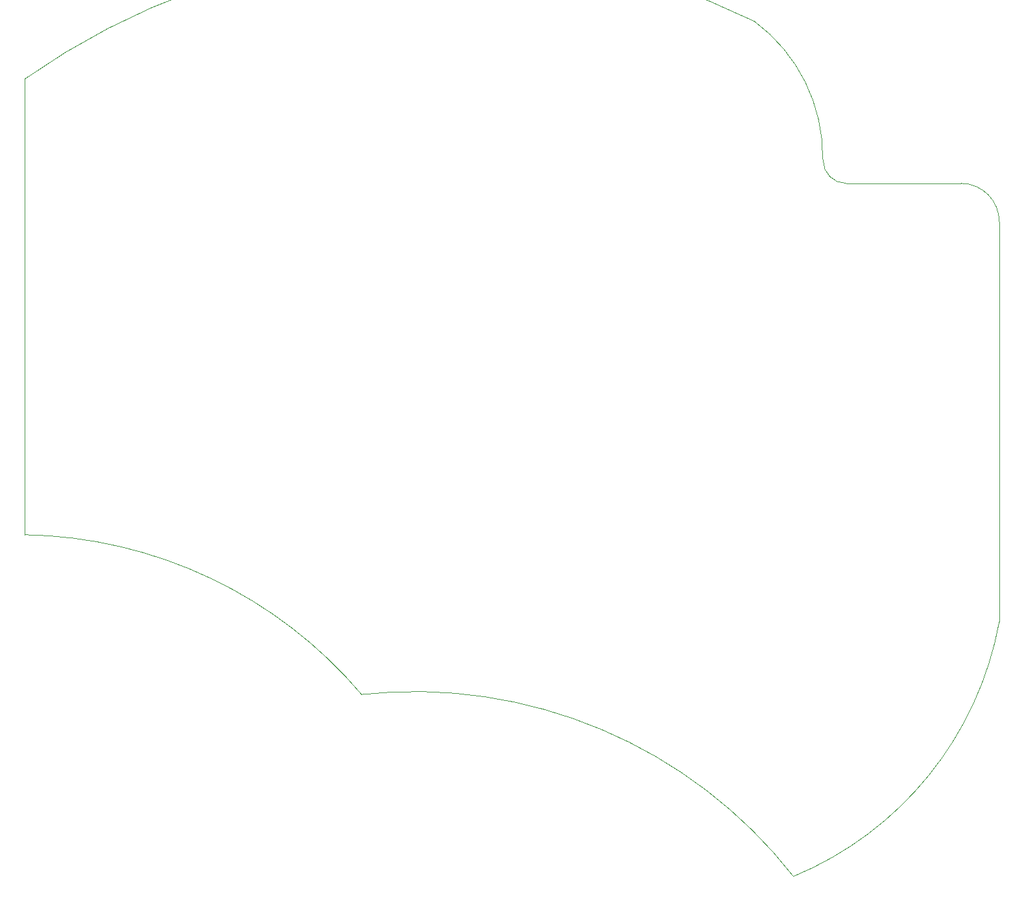
<source format=gbr>
G04 #@! TF.GenerationSoftware,KiCad,Pcbnew,(6.0.4-0)*
G04 #@! TF.CreationDate,2022-05-15T19:58:22-07:00*
G04 #@! TF.ProjectId,split_3x_bottom,73706c69-745f-4337-985f-626f74746f6d,rev?*
G04 #@! TF.SameCoordinates,Original*
G04 #@! TF.FileFunction,Profile,NP*
%FSLAX46Y46*%
G04 Gerber Fmt 4.6, Leading zero omitted, Abs format (unit mm)*
G04 Created by KiCad (PCBNEW (6.0.4-0)) date 2022-05-15 19:58:22*
%MOMM*%
%LPD*%
G01*
G04 APERTURE LIST*
G04 #@! TA.AperFunction,Profile*
%ADD10C,0.050000*%
G04 #@! TD*
G04 APERTURE END LIST*
D10*
X181949314Y-69605711D02*
X182000000Y-69750000D01*
X182000000Y-69750000D02*
G75*
G03*
X185000000Y-72750000I3000000J0D01*
G01*
X205000000Y-77750000D02*
X205000000Y-130000000D01*
X77749541Y-59145712D02*
X77794796Y-118636490D01*
X185000000Y-72750000D02*
X200000000Y-72750000D01*
X181949318Y-69605711D02*
G75*
G03*
X173037499Y-51593751I-21975218J337911D01*
G01*
X205000000Y-77750000D02*
G75*
G03*
X200000000Y-72750000I-5000000J0D01*
G01*
X121749257Y-139493234D02*
G75*
G03*
X77794796Y-118636490I-44962607J-38012066D01*
G01*
X173037499Y-51593751D02*
G75*
G03*
X77749541Y-59145712I-41274999J-84137499D01*
G01*
X178128605Y-163252883D02*
G75*
G03*
X121749255Y-139493235I-49499485J-38686297D01*
G01*
X178128606Y-163252881D02*
G75*
G03*
X205000000Y-130000000I-17045726J41258241D01*
G01*
M02*

</source>
